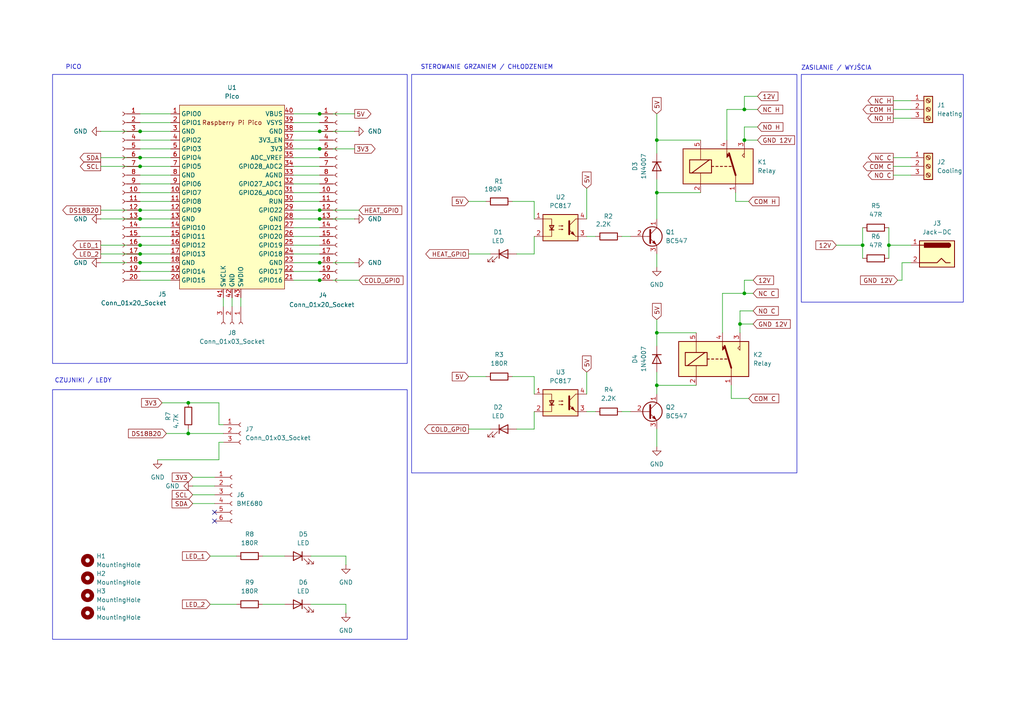
<source format=kicad_sch>
(kicad_sch (version 20231120) (generator "eeschema") (generator_version "8.0")
  (paper "A4")
  (title_block (title "Thermostat") (date "2025-01-02"))
  (lib_symbols
    (symbol "Connector:Conn_01x03_Socket" (pin_names (offset 1.016) hide)
      (property "Reference" "J" (at 0 5.08 0))
      (property "Value" "Conn_01x03_Socket" (at 0 -5.08 0))
      (symbol "Conn_01x03_Socket_1_1"
        (arc (start 0 -2.032) (mid -0.5058 -2.54) (end 0 -3.048) (stroke (width 0.1524)))
        (polyline (pts (xy -1.27 -2.54) (xy -0.508 -2.54)) (stroke (width 0.1524)))
        (polyline (pts (xy -1.27 0) (xy -0.508 0)) (stroke (width 0.1524)))
        (polyline (pts (xy -1.27 2.54) (xy -0.508 2.54)) (stroke (width 0.1524)))
        (arc (start 0 0.508) (mid -0.5058 0) (end 0 -0.508) (stroke (width 0.1524)))
        (arc (start 0 3.048) (mid -0.5058 2.54) (end 0 2.032) (stroke (width 0.1524)))
        (pin passive line (at -5.08 2.54 0) (length 3.81) (name "Pin_1") (number "1"))
        (pin passive line (at -5.08 0 0) (length 3.81) (name "Pin_2") (number "2"))
        (pin passive line (at -5.08 -2.54 0) (length 3.81) (name "Pin_3") (number "3"))
      )
    )
    (symbol "Connector:Conn_01x06_Socket" (pin_names (offset 1.016) hide)
      (property "Reference" "J" (at 0 7.62 0))
      (property "Value" "Conn_01x06_Socket" (at 0 -10.16 0))
      (symbol "Conn_01x06_Socket_1_1"
        (arc (start 0 -7.112) (mid -0.5058 -7.62) (end 0 -8.128) (stroke (width 0.1524)))
        (arc (start 0 -4.572) (mid -0.5058 -5.08) (end 0 -5.588) (stroke (width 0.1524)))
        (arc (start 0 -2.032) (mid -0.5058 -2.54) (end 0 -3.048) (stroke (width 0.1524)))
        (polyline (pts (xy -1.27 -7.62) (xy -0.508 -7.62)) (stroke (width 0.1524)))
        (polyline (pts (xy -1.27 -5.08) (xy -0.508 -5.08)) (stroke (width 0.1524)))
        (polyline (pts (xy -1.27 -2.54) (xy -0.508 -2.54)) (stroke (width 0.1524)))
        (polyline (pts (xy -1.27 0) (xy -0.508 0)) (stroke (width 0.1524)))
        (polyline (pts (xy -1.27 2.54) (xy -0.508 2.54)) (stroke (width 0.1524)))
        (polyline (pts (xy -1.27 5.08) (xy -0.508 5.08)) (stroke (width 0.1524)))
        (arc (start 0 0.508) (mid -0.5058 0) (end 0 -0.508) (stroke (width 0.1524)))
        (arc (start 0 3.048) (mid -0.5058 2.54) (end 0 2.032) (stroke (width 0.1524)))
        (arc (start 0 5.588) (mid -0.5058 5.08) (end 0 4.572) (stroke (width 0.1524)))
        (pin passive line (at -5.08 5.08 0) (length 3.81) (name "Pin_1") (number "1"))
        (pin passive line (at -5.08 2.54 0) (length 3.81) (name "Pin_2") (number "2"))
        (pin passive line (at -5.08 0 0) (length 3.81) (name "Pin_3") (number "3"))
        (pin passive line (at -5.08 -2.54 0) (length 3.81) (name "Pin_4") (number "4"))
        (pin passive line (at -5.08 -5.08 0) (length 3.81) (name "Pin_5") (number "5"))
        (pin passive line (at -5.08 -7.62 0) (length 3.81) (name "Pin_6") (number "6"))
      )
    )
    (symbol "Connector:Conn_01x20_Socket" (pin_names (offset 1.016) hide)
      (property "Reference" "J" (at 0 25.4 0))
      (property "Value" "Conn_01x20_Socket" (at 0 -27.94 0))
      (symbol "Conn_01x20_Socket_1_1"
        (arc (start 0 -24.892) (mid -0.5058 -25.4) (end 0 -25.908) (stroke (width 0.1524)))
        (arc (start 0 -22.352) (mid -0.5058 -22.86) (end 0 -23.368) (stroke (width 0.1524)))
        (arc (start 0 -19.812) (mid -0.5058 -20.32) (end 0 -20.828) (stroke (width 0.1524)))
        (arc (start 0 -17.272) (mid -0.5058 -17.78) (end 0 -18.288) (stroke (width 0.1524)))
        (arc (start 0 -14.732) (mid -0.5058 -15.24) (end 0 -15.748) (stroke (width 0.1524)))
        (arc (start 0 -12.192) (mid -0.5058 -12.7) (end 0 -13.208) (stroke (width 0.1524)))
        (arc (start 0 -9.652) (mid -0.5058 -10.16) (end 0 -10.668) (stroke (width 0.1524)))
        (arc (start 0 -7.112) (mid -0.5058 -7.62) (end 0 -8.128) (stroke (width 0.1524)))
        (arc (start 0 -4.572) (mid -0.5058 -5.08) (end 0 -5.588) (stroke (width 0.1524)))
        (arc (start 0 -2.032) (mid -0.5058 -2.54) (end 0 -3.048) (stroke (width 0.1524)))
        (polyline (pts (xy -1.27 -25.4) (xy -0.508 -25.4)) (stroke (width 0.1524)))
        (polyline (pts (xy -1.27 -22.86) (xy -0.508 -22.86)) (stroke (width 0.1524)))
        (polyline (pts (xy -1.27 -20.32) (xy -0.508 -20.32)) (stroke (width 0.1524)))
        (polyline (pts (xy -1.27 -17.78) (xy -0.508 -17.78)) (stroke (width 0.1524)))
        (polyline (pts (xy -1.27 -15.24) (xy -0.508 -15.24)) (stroke (width 0.1524)))
        (polyline (pts (xy -1.27 -12.7) (xy -0.508 -12.7)) (stroke (width 0.1524)))
        (polyline (pts (xy -1.27 -10.16) (xy -0.508 -10.16)) (stroke (width 0.1524)))
        (polyline (pts (xy -1.27 -7.62) (xy -0.508 -7.62)) (stroke (width 0.1524)))
        (polyline (pts (xy -1.27 -5.08) (xy -0.508 -5.08)) (stroke (width 0.1524)))
        (polyline (pts (xy -1.27 -2.54) (xy -0.508 -2.54)) (stroke (width 0.1524)))
        (polyline (pts (xy -1.27 0) (xy -0.508 0)) (stroke (width 0.1524)))
        (polyline (pts (xy -1.27 2.54) (xy -0.508 2.54)) (stroke (width 0.1524)))
        (polyline (pts (xy -1.27 5.08) (xy -0.508 5.08)) (stroke (width 0.1524)))
        (polyline (pts (xy -1.27 7.62) (xy -0.508 7.62)) (stroke (width 0.1524)))
        (polyline (pts (xy -1.27 10.16) (xy -0.508 10.16)) (stroke (width 0.1524)))
        (polyline (pts (xy -1.27 12.7) (xy -0.508 12.7)) (stroke (width 0.1524)))
        (polyline (pts (xy -1.27 15.24) (xy -0.508 15.24)) (stroke (width 0.1524)))
        (polyline (pts (xy -1.27 17.78) (xy -0.508 17.78)) (stroke (width 0.1524)))
        (polyline (pts (xy -1.27 20.32) (xy -0.508 20.32)) (stroke (width 0.1524)))
        (polyline (pts (xy -1.27 22.86) (xy -0.508 22.86)) (stroke (width 0.1524)))
        (arc (start 0 0.508) (mid -0.5058 0) (end 0 -0.508) (stroke (width 0.1524)))
        (arc (start 0 3.048) (mid -0.5058 2.54) (end 0 2.032) (stroke (width 0.1524)))
        (arc (start 0 5.588) (mid -0.5058 5.08) (end 0 4.572) (stroke (width 0.1524)))
        (arc (start 0 8.128) (mid -0.5058 7.62) (end 0 7.112) (stroke (width 0.1524)))
        (arc (start 0 10.668) (mid -0.5058 10.16) (end 0 9.652) (stroke (width 0.1524)))
        (arc (start 0 13.208) (mid -0.5058 12.7) (end 0 12.192) (stroke (width 0.1524)))
        (arc (start 0 15.748) (mid -0.5058 15.24) (end 0 14.732) (stroke (width 0.1524)))
        (arc (start 0 18.288) (mid -0.5058 17.78) (end 0 17.272) (stroke (width 0.1524)))
        (arc (start 0 20.828) (mid -0.5058 20.32) (end 0 19.812) (stroke (width 0.1524)))
        (arc (start 0 23.368) (mid -0.5058 22.86) (end 0 22.352) (stroke (width 0.1524)))
        (pin passive line (at -5.08 22.86 0) (length 3.81) (name "Pin_1") (number "1"))
        (pin passive line (at -5.08 0 0) (length 3.81) (name "Pin_10") (number "10"))
        (pin passive line (at -5.08 -2.54 0) (length 3.81) (name "Pin_11") (number "11"))
        (pin passive line (at -5.08 -5.08 0) (length 3.81) (name "Pin_12") (number "12"))
        (pin passive line (at -5.08 -7.62 0) (length 3.81) (name "Pin_13") (number "13"))
        (pin passive line (at -5.08 -10.16 0) (length 3.81) (name "Pin_14") (number "14"))
        (pin passive line (at -5.08 -12.7 0) (length 3.81) (name "Pin_15") (number "15"))
        (pin passive line (at -5.08 -15.24 0) (length 3.81) (name "Pin_16") (number "16"))
        (pin passive line (at -5.08 -17.78 0) (length 3.81) (name "Pin_17") (number "17"))
        (pin passive line (at -5.08 -20.32 0) (length 3.81) (name "Pin_18") (number "18"))
        (pin passive line (at -5.08 -22.86 0) (length 3.81) (name "Pin_19") (number "19"))
        (pin passive line (at -5.08 20.32 0) (length 3.81) (name "Pin_2") (number "2"))
        (pin passive line (at -5.08 -25.4 0) (length 3.81) (name "Pin_20") (number "20"))
        (pin passive line (at -5.08 17.78 0) (length 3.81) (name "Pin_3") (number "3"))
        (pin passive line (at -5.08 15.24 0) (length 3.81) (name "Pin_4") (number "4"))
        (pin passive line (at -5.08 12.7 0) (length 3.81) (name "Pin_5") (number "5"))
        (pin passive line (at -5.08 10.16 0) (length 3.81) (name "Pin_6") (number "6"))
        (pin passive line (at -5.08 7.62 0) (length 3.81) (name "Pin_7") (number "7"))
        (pin passive line (at -5.08 5.08 0) (length 3.81) (name "Pin_8") (number "8"))
        (pin passive line (at -5.08 2.54 0) (length 3.81) (name "Pin_9") (number "9"))
      )
    )
    (symbol "Connector:Jack-DC" (pin_names (offset 1.016))
      (property "Reference" "J" (at 0 5.334 0))
      (property "Value" "Jack-DC" (at 0 -5.08 0))
      (symbol "Jack-DC_0_1"
        (rectangle (start -5.08 3.81) (end 5.08 -3.81) (stroke (width 0.254)) (fill (type background)))
        (arc (start -3.302 3.175) (mid -3.9343 2.54) (end -3.302 1.905) (stroke (width 0.254)))
        (arc (start -3.302 3.175) (mid -3.9343 2.54) (end -3.302 1.905) (stroke (width 0.254)) (fill (type outline)))
        (polyline (pts (xy 5.08 2.54) (xy 3.81 2.54)) (stroke (width 0.254)))
        (polyline (pts (xy -3.81 -2.54) (xy -2.54 -2.54) (xy -1.27 -1.27) (xy 0 -2.54) (xy 2.54 -2.54) (xy 5.08 -2.54)) (stroke (width 0.254)))
        (rectangle (start 3.683 3.175) (end -3.302 1.905) (stroke (width 0.254)) (fill (type outline)))
      )
      (symbol "Jack-DC_1_1"
        (pin passive line (at 7.62 2.54 180) (length 2.54) (name "~") (number "1"))
        (pin passive line (at 7.62 -2.54 180) (length 2.54) (name "~") (number "2"))
      )
    )
    (symbol "Connector:Screw_Terminal_01x03" (pin_names (offset 1.016) hide)
      (property "Reference" "J" (at 0 5.08 0))
      (property "Value" "Screw_Terminal_01x03" (at 0 -5.08 0))
      (symbol "Screw_Terminal_01x03_1_1"
        (rectangle (start -1.27 3.81) (end 1.27 -3.81) (stroke (width 0.254)) (fill (type background)))
        (circle (center 0 -2.54) (radius 0.635) (stroke (width 0.1524)))
        (polyline (pts (xy -0.5334 -2.2098) (xy 0.3302 -3.048)) (stroke (width 0.1524)))
        (polyline (pts (xy -0.5334 0.3302) (xy 0.3302 -0.508)) (stroke (width 0.1524)))
        (polyline (pts (xy -0.5334 2.8702) (xy 0.3302 2.032)) (stroke (width 0.1524)))
        (polyline (pts (xy -0.3556 -2.032) (xy 0.508 -2.8702)) (stroke (width 0.1524)))
        (polyline (pts (xy -0.3556 0.508) (xy 0.508 -0.3302)) (stroke (width 0.1524)))
        (polyline (pts (xy -0.3556 3.048) (xy 0.508 2.2098)) (stroke (width 0.1524)))
        (circle (center 0 0) (radius 0.635) (stroke (width 0.1524)))
        (circle (center 0 2.54) (radius 0.635) (stroke (width 0.1524)))
        (pin passive line (at -5.08 2.54 0) (length 3.81) (name "Pin_1") (number "1"))
        (pin passive line (at -5.08 0 0) (length 3.81) (name "Pin_2") (number "2"))
        (pin passive line (at -5.08 -2.54 0) (length 3.81) (name "Pin_3") (number "3"))
      )
    )
    (symbol "Device:LED" (pin_numbers hide) (pin_names (offset 1.016) hide)
      (property "Reference" "D" (at 0 2.54 0))
      (property "Value" "LED" (at 0 -2.54 0))
      (symbol "LED_0_1"
        (polyline (pts (xy -1.27 -1.27) (xy -1.27 1.27)) (stroke (width 0.254)))
        (polyline (pts (xy -1.27 0) (xy 1.27 0)))
        (polyline (pts (xy 1.27 -1.27) (xy 1.27 1.27) (xy -1.27 0) (xy 1.27 -1.27)) (stroke (width 0.254)))
        (polyline (pts (xy -3.048 -0.762) (xy -4.572 -2.286) (xy -3.81 -2.286) (xy -4.572 -2.286) (xy -4.572 -1.524)))
        (polyline (pts (xy -1.778 -0.762) (xy -3.302 -2.286) (xy -2.54 -2.286) (xy -3.302 -2.286) (xy -3.302 -1.524)))
      )
      (symbol "LED_1_1"
        (pin passive line (at -3.81 0 0) (length 2.54) (name "K") (number "1"))
        (pin passive line (at 3.81 0 180) (length 2.54) (name "A") (number "2"))
      )
    )
    (symbol "Device:R" (pin_numbers hide) (pin_names (offset 0))
      (property "Reference" "R" (at 2.032 0 90))
      (property "Value" "R" (at 0 0 90))
      (symbol "R_0_1"
        (rectangle (start -1.016 -2.54) (end 1.016 2.54) (stroke (width 0.254)))
      )
      (symbol "R_1_1"
        (pin passive line (at 0 3.81 270) (length 1.27) (name "~") (number "1"))
        (pin passive line (at 0 -3.81 90) (length 1.27) (name "~") (number "2"))
      )
    )
    (symbol "Diode:1N4007" (pin_numbers hide) (pin_names hide)
      (property "Reference" "D" (at 0 2.54 0))
      (property "Value" "1N4007" (at 0 -2.54 0))
      (symbol "1N4007_0_1"
        (polyline (pts (xy -1.27 1.27) (xy -1.27 -1.27)) (stroke (width 0.254)))
        (polyline (pts (xy 1.27 0) (xy -1.27 0)))
        (polyline (pts (xy 1.27 1.27) (xy 1.27 -1.27) (xy -1.27 0) (xy 1.27 1.27)) (stroke (width 0.254)))
      )
      (symbol "1N4007_1_1"
        (pin passive line (at -3.81 0 0) (length 2.54) (name "K") (number "1"))
        (pin passive line (at 3.81 0 180) (length 2.54) (name "A") (number "2"))
      )
    )
    (symbol "Isolator:PC817" (pin_names (offset 1.016))
      (property "Reference" "U" (at -5.08 5.08 0))
      (property "Value" "PC817" (at 0 5.08 0))
      (symbol "PC817_0_1"
        (rectangle (start -5.08 3.81) (end 5.08 -3.81) (stroke (width 0.254)) (fill (type background)))
        (polyline (pts (xy -3.175 -0.635) (xy -1.905 -0.635)) (stroke (width 0.254)))
        (polyline (pts (xy 2.54 0.635) (xy 4.445 2.54)))
        (polyline (pts (xy 4.445 -2.54) (xy 2.54 -0.635)) (fill (type outline)))
        (polyline (pts (xy 4.445 -2.54) (xy 5.08 -2.54)))
        (polyline (pts (xy 4.445 2.54) (xy 5.08 2.54)))
        (polyline (pts (xy -5.08 2.54) (xy -2.54 2.54) (xy -2.54 -0.635)))
        (polyline (pts (xy -2.54 -0.635) (xy -2.54 -2.54) (xy -5.08 -2.54)))
        (polyline (pts (xy 2.54 1.905) (xy 2.54 -1.905) (xy 2.54 -1.905)) (stroke (width 0.508)))
        (polyline (pts (xy -2.54 -0.635) (xy -3.175 0.635) (xy -1.905 0.635) (xy -2.54 -0.635)) (stroke (width 0.254)))
        (polyline (pts (xy -0.508 -0.508) (xy 0.762 -0.508) (xy 0.381 -0.635) (xy 0.381 -0.381) (xy 0.762 -0.508)))
        (polyline (pts (xy -0.508 0.508) (xy 0.762 0.508) (xy 0.381 0.381) (xy 0.381 0.635) (xy 0.762 0.508)))
        (polyline (pts (xy 3.048 -1.651) (xy 3.556 -1.143) (xy 4.064 -2.159) (xy 3.048 -1.651) (xy 3.048 -1.651)) (fill (type outline)))
      )
      (symbol "PC817_1_1"
        (pin passive line (at -7.62 2.54 0) (length 2.54) (name "~") (number "1"))
        (pin passive line (at -7.62 -2.54 0) (length 2.54) (name "~") (number "2"))
        (pin passive line (at 7.62 -2.54 180) (length 2.54) (name "~") (number "3"))
        (pin passive line (at 7.62 2.54 180) (length 2.54) (name "~") (number "4"))
      )
    )
    (symbol "MCU_RaspberryPi_and_Boards:Pico"
      (property "Reference" "U" (at -13.97 27.94 0))
      (property "Value" "Pico" (at 0 19.05 0))
      (symbol "Pico_0_0"
        (text "Raspberry Pi Pico" (at 0 21.59 0) (effects (font (size 1.27 1.27))))
      )
      (symbol "Pico_0_1"
        (rectangle (start -15.24 26.67) (end 15.24 -26.67) (fill (type background)))
      )
      (symbol "Pico_1_1"
        (pin bidirectional line (at -17.78 24.13 0) (length 2.54) (name "GPIO0") (number "1"))
        (pin bidirectional line (at -17.78 1.27 0) (length 2.54) (name "GPIO7") (number "10"))
        (pin bidirectional line (at -17.78 -1.27 0) (length 2.54) (name "GPIO8") (number "11"))
        (pin bidirectional line (at -17.78 -3.81 0) (length 2.54) (name "GPIO9") (number "12"))
        (pin power_in line (at -17.78 -6.35 0) (length 2.54) (name "GND") (number "13"))
        (pin bidirectional line (at -17.78 -8.89 0) (length 2.54) (name "GPIO10") (number "14"))
        (pin bidirectional line (at -17.78 -11.43 0) (length 2.54) (name "GPIO11") (number "15"))
        (pin bidirectional line (at -17.78 -13.97 0) (length 2.54) (name "GPIO12") (number "16"))
        (pin bidirectional line (at -17.78 -16.51 0) (length 2.54) (name "GPIO13") (number "17"))
        (pin power_in line (at -17.78 -19.05 0) (length 2.54) (name "GND") (number "18"))
        (pin bidirectional line (at -17.78 -21.59 0) (length 2.54) (name "GPIO14") (number "19"))
        (pin bidirectional line (at -17.78 21.59 0) (length 2.54) (name "GPIO1") (number "2"))
        (pin bidirectional line (at -17.78 -24.13 0) (length 2.54) (name "GPIO15") (number "20"))
        (pin bidirectional line (at 17.78 -24.13 180) (length 2.54) (name "GPIO16") (number "21"))
        (pin bidirectional line (at 17.78 -21.59 180) (length 2.54) (name "GPIO17") (number "22"))
        (pin power_in line (at 17.78 -19.05 180) (length 2.54) (name "GND") (number "23"))
        (pin bidirectional line (at 17.78 -16.51 180) (length 2.54) (name "GPIO18") (number "24"))
        (pin bidirectional line (at 17.78 -13.97 180) (length 2.54) (name "GPIO19") (number "25"))
        (pin bidirectional line (at 17.78 -11.43 180) (length 2.54) (name "GPIO20") (number "26"))
        (pin bidirectional line (at 17.78 -8.89 180) (length 2.54) (name "GPIO21") (number "27"))
        (pin power_in line (at 17.78 -6.35 180) (length 2.54) (name "GND") (number "28"))
        (pin bidirectional line (at 17.78 -3.81 180) (length 2.54) (name "GPIO22") (number "29"))
        (pin power_in line (at -17.78 19.05 0) (length 2.54) (name "GND") (number "3"))
        (pin input line (at 17.78 -1.27 180) (length 2.54) (name "RUN") (number "30"))
        (pin bidirectional line (at 17.78 1.27 180) (length 2.54) (name "GPIO26_ADC0") (number "31"))
        (pin bidirectional line (at 17.78 3.81 180) (length 2.54) (name "GPIO27_ADC1") (number "32"))
        (pin power_in line (at 17.78 6.35 180) (length 2.54) (name "AGND") (number "33"))
        (pin bidirectional line (at 17.78 8.89 180) (length 2.54) (name "GPIO28_ADC2") (number "34"))
        (pin power_in line (at 17.78 11.43 180) (length 2.54) (name "ADC_VREF") (number "35"))
        (pin power_in line (at 17.78 13.97 180) (length 2.54) (name "3V3") (number "36"))
        (pin input line (at 17.78 16.51 180) (length 2.54) (name "3V3_EN") (number "37"))
        (pin bidirectional line (at 17.78 19.05 180) (length 2.54) (name "GND") (number "38"))
        (pin power_in line (at 17.78 21.59 180) (length 2.54) (name "VSYS") (number "39"))
        (pin bidirectional line (at -17.78 16.51 0) (length 2.54) (name "GPIO2") (number "4"))
        (pin power_in line (at 17.78 24.13 180) (length 2.54) (name "VBUS") (number "40"))
        (pin input line (at -2.54 -29.21 90) (length 2.54) (name "SWCLK") (number "41"))
        (pin power_in line (at 0 -29.21 90) (length 2.54) (name "GND") (number "42"))
        (pin bidirectional line (at 2.54 -29.21 90) (length 2.54) (name "SWDIO") (number "43"))
        (pin bidirectional line (at -17.78 13.97 0) (length 2.54) (name "GPIO3") (number "5"))
        (pin bidirectional line (at -17.78 11.43 0) (length 2.54) (name "GPIO4") (number "6"))
        (pin bidirectional line (at -17.78 8.89 0) (length 2.54) (name "GPIO5") (number "7"))
        (pin power_in line (at -17.78 6.35 0) (length 2.54) (name "GND") (number "8"))
        (pin bidirectional line (at -17.78 3.81 0) (length 2.54) (name "GPIO6") (number "9"))
      )
    )
    (symbol "Mechanical:MountingHole" (pin_names (offset 1.016)) (exclude_from_sim yes) (in_bom no)
      (property "Reference" "H" (at 0 5.08 0))
      (property "Value" "MountingHole" (at 0 3.175 0))
      (symbol "MountingHole_0_1"
        (circle (center 0 0) (radius 1.27) (stroke (width 1.27)))
      )
    )
    (symbol "Relay:SANYOU_SRD_Form_C"
      (property "Reference" "K" (at 11.43 3.81 0))
      (property "Value" "SANYOU_SRD_Form_C" (at 11.43 1.27 0))
      (symbol "SANYOU_SRD_Form_C_0_0"
        (polyline (pts (xy 7.62 5.08) (xy 7.62 2.54) (xy 6.985 3.175) (xy 7.62 3.81)))
      )
      (symbol "SANYOU_SRD_Form_C_0_1"
        (rectangle (start -10.16 5.08) (end 10.16 -5.08) (stroke (width 0.254)) (fill (type background)))
        (rectangle (start -8.255 1.905) (end -1.905 -1.905) (stroke (width 0.254)))
        (polyline (pts (xy -7.62 -1.905) (xy -2.54 1.905)) (stroke (width 0.254)))
        (polyline (pts (xy -5.08 -5.08) (xy -5.08 -1.905)))
        (polyline (pts (xy -5.08 5.08) (xy -5.08 1.905)))
        (polyline (pts (xy -1.905 0) (xy -1.27 0)) (stroke (width 0.254)))
        (polyline (pts (xy -0.635 0) (xy 0 0)) (stroke (width 0.254)))
        (polyline (pts (xy 0.635 0) (xy 1.27 0)) (stroke (width 0.254)))
        (polyline (pts (xy 1.905 0) (xy 2.54 0)) (stroke (width 0.254)))
        (polyline (pts (xy 3.175 0) (xy 3.81 0)) (stroke (width 0.254)))
        (polyline (pts (xy 5.08 -2.54) (xy 3.175 3.81)) (stroke (width 0.508)))
        (polyline (pts (xy 5.08 -2.54) (xy 5.08 -5.08)))
      )
      (symbol "SANYOU_SRD_Form_C_1_1"
        (polyline (pts (xy 2.54 3.81) (xy 3.175 3.175) (xy 2.54 2.54) (xy 2.54 5.08)) (fill (type outline)))
        (pin passive line (at 5.08 -7.62 90) (length 2.54) (name "~") (number "1"))
        (pin passive line (at -5.08 -7.62 90) (length 2.54) (name "~") (number "2"))
        (pin passive line (at 7.62 7.62 270) (length 2.54) (name "~") (number "3"))
        (pin passive line (at 2.54 7.62 270) (length 2.54) (name "~") (number "4"))
        (pin passive line (at -5.08 7.62 270) (length 2.54) (name "~") (number "5"))
      )
    )
    (symbol "Transistor_BJT:BC547" (pin_names (offset 0) hide)
      (property "Reference" "Q" (at 5.08 1.905 0))
      (property "Value" "BC547" (at 5.08 0 0))
      (symbol "BC547_0_1"
        (polyline (pts (xy 0 0) (xy 0.635 0)))
        (polyline (pts (xy 0.635 0.635) (xy 2.54 2.54)))
        (polyline (pts (xy 0.635 -0.635) (xy 2.54 -2.54) (xy 2.54 -2.54)))
        (polyline (pts (xy 0.635 1.905) (xy 0.635 -1.905) (xy 0.635 -1.905)) (stroke (width 0.508)))
        (polyline (pts (xy 1.27 -1.778) (xy 1.778 -1.27) (xy 2.286 -2.286) (xy 1.27 -1.778) (xy 1.27 -1.778)) (fill (type outline)))
        (circle (center 1.27 0) (radius 2.8194) (stroke (width 0.254)))
      )
      (symbol "BC547_1_1"
        (pin passive line (at 2.54 5.08 270) (length 2.54) (name "C") (number "1"))
        (pin input line (at -5.08 0 0) (length 5.08) (name "B") (number "2"))
        (pin passive line (at 2.54 -5.08 90) (length 2.54) (name "E") (number "3"))
      )
    )
    (symbol "power:GND" (power) (pin_numbers hide) (pin_names (offset 0) hide)
      (property "Value" "GND" (at 0 -3.81 0))
      (symbol "GND_0_1"
        (polyline (pts (xy 0 0) (xy 0 -1.27) (xy 1.27 -1.27) (xy 0 -2.54) (xy -1.27 -1.27) (xy 0 -1.27)))
      )
      (symbol "GND_1_1"
        (pin power_in line (at 0 0 270) (length 0) (name "~") (number "1"))
      )
    )
  )
  (junction (at 40.64 38.1))
  (junction (at 92.71 63.5))
  (junction (at 92.71 81.28))
  (junction (at 215.9 40.64))
  (junction (at 40.64 76.2))
  (junction (at 215.9 85.09))
  (junction (at 92.71 76.2))
  (junction (at 92.71 60.96))
  (junction (at 92.71 43.18))
  (junction (at 40.64 71.12))
  (junction (at 190.5 55.88))
  (junction (at 190.5 40.64))
  (junction (at 257.81 71.12))
  (junction (at 40.64 48.26))
  (junction (at 92.71 38.1))
  (junction (at 40.64 63.5))
  (junction (at 214.63 93.98))
  (junction (at 92.71 33.02))
  (junction (at 54.61 125.73))
  (junction (at 190.5 96.52))
  (junction (at 215.9 31.75))
  (junction (at 190.5 111.76))
  (junction (at 250.19 71.12))
  (junction (at 54.61 116.84))
  (junction (at 40.64 45.72))
  (junction (at 40.64 60.96))
  (junction (at 40.64 73.66))
  (no_connect (at 62.23 148.59))
  (no_connect (at 62.23 151.13))
  (wire (pts (xy 60.96 161.29) (xy 68.58 161.29)))
  (wire (pts (xy 92.71 33.02) (xy 102.87 33.02)))
  (wire (pts (xy 100.33 177.8) (xy 100.33 175.26)))
  (wire (pts (xy 203.2 55.88) (xy 190.5 55.88)))
  (wire (pts (xy 218.44 81.28) (xy 215.9 81.28)))
  (wire (pts (xy 242.57 71.12) (xy 250.19 71.12)))
  (wire (pts (xy 135.89 58.42) (xy 140.97 58.42)))
  (wire (pts (xy 190.5 111.76) (xy 190.5 114.3)))
  (wire (pts (xy 214.63 93.98) (xy 218.44 93.98)))
  (wire (pts (xy 85.09 55.88) (xy 92.71 55.88)))
  (wire (pts (xy 92.71 60.96) (xy 104.14 60.96)))
  (wire (pts (xy 54.61 124.46) (xy 54.61 125.73)))
  (wire (pts (xy 92.71 76.2) (xy 102.87 76.2)))
  (wire (pts (xy 135.89 124.46) (xy 142.24 124.46)))
  (wire (pts (xy 154.94 68.58) (xy 154.94 73.66)))
  (wire (pts (xy 85.09 71.12) (xy 92.71 71.12)))
  (wire (pts (xy 40.64 50.8) (xy 49.53 50.8)))
  (wire (pts (xy 182.88 68.58) (xy 180.34 68.58)))
  (wire (pts (xy 63.5 128.27) (xy 64.77 128.27)))
  (wire (pts (xy 85.09 38.1) (xy 92.71 38.1)))
  (wire (pts (xy 203.2 40.64) (xy 190.5 40.64)))
  (wire (pts (xy 217.17 58.42) (xy 213.36 58.42)))
  (wire (pts (xy 215.9 31.75) (xy 210.82 31.75)))
  (wire (pts (xy 259.08 29.21) (xy 264.16 29.21)))
  (wire (pts (xy 69.85 86.36) (xy 69.85 88.9)))
  (wire (pts (xy 40.64 33.02) (xy 49.53 33.02)))
  (wire (pts (xy 40.64 60.96) (xy 49.53 60.96)))
  (wire (pts (xy 219.71 27.94) (xy 215.9 27.94)))
  (wire (pts (xy 190.5 55.88) (xy 190.5 52.07)))
  (wire (pts (xy 54.61 125.73) (xy 64.77 125.73)))
  (wire (pts (xy 92.71 43.18) (xy 102.87 43.18)))
  (wire (pts (xy 85.09 35.56) (xy 92.71 35.56)))
  (wire (pts (xy 214.63 93.98) (xy 214.63 96.52)))
  (wire (pts (xy 40.64 78.74) (xy 49.53 78.74)))
  (wire (pts (xy 92.71 63.5) (xy 102.87 63.5)))
  (wire (pts (xy 259.08 48.26) (xy 264.16 48.26)))
  (wire (pts (xy 100.33 161.29) (xy 90.17 161.29)))
  (wire (pts (xy 29.21 60.96) (xy 40.64 60.96)))
  (wire (pts (xy 85.09 50.8) (xy 92.71 50.8)))
  (wire (pts (xy 40.64 43.18) (xy 49.53 43.18)))
  (wire (pts (xy 154.94 119.38) (xy 154.94 124.46)))
  (wire (pts (xy 259.08 34.29) (xy 264.16 34.29)))
  (wire (pts (xy 217.17 115.57) (xy 212.09 115.57)))
  (wire (pts (xy 40.64 58.42) (xy 49.53 58.42)))
  (wire (pts (xy 190.5 111.76) (xy 190.5 107.95)))
  (wire (pts (xy 55.88 138.43) (xy 62.23 138.43)))
  (wire (pts (xy 154.94 58.42) (xy 154.94 63.5)))
  (wire (pts (xy 172.72 119.38) (xy 170.18 119.38)))
  (wire (pts (xy 40.64 40.64) (xy 49.53 40.64)))
  (wire (pts (xy 213.36 58.42) (xy 213.36 55.88)))
  (wire (pts (xy 264.16 71.12) (xy 257.81 71.12)))
  (wire (pts (xy 40.64 63.5) (xy 49.53 63.5)))
  (wire (pts (xy 29.21 73.66) (xy 40.64 73.66)))
  (wire (pts (xy 85.09 33.02) (xy 92.71 33.02)))
  (wire (pts (xy 85.09 68.58) (xy 92.71 68.58)))
  (wire (pts (xy 85.09 48.26) (xy 92.71 48.26)))
  (wire (pts (xy 170.18 54.61) (xy 170.18 63.5)))
  (wire (pts (xy 29.21 63.5) (xy 40.64 63.5)))
  (wire (pts (xy 85.09 81.28) (xy 92.71 81.28)))
  (wire (pts (xy 85.09 73.66) (xy 92.71 73.66)))
  (wire (pts (xy 63.5 123.19) (xy 64.77 123.19)))
  (wire (pts (xy 55.88 146.05) (xy 62.23 146.05)))
  (wire (pts (xy 40.64 68.58) (xy 49.53 68.58)))
  (wire (pts (xy 40.64 38.1) (xy 49.53 38.1)))
  (wire (pts (xy 76.2 175.26) (xy 82.55 175.26)))
  (wire (pts (xy 85.09 43.18) (xy 92.71 43.18)))
  (wire (pts (xy 257.81 71.12) (xy 257.81 66.04)))
  (wire (pts (xy 219.71 31.75) (xy 215.9 31.75)))
  (wire (pts (xy 85.09 76.2) (xy 92.71 76.2)))
  (wire (pts (xy 135.89 109.22) (xy 140.97 109.22)))
  (wire (pts (xy 259.08 45.72) (xy 264.16 45.72)))
  (wire (pts (xy 100.33 163.83) (xy 100.33 161.29)))
  (wire (pts (xy 100.33 175.26) (xy 90.17 175.26)))
  (wire (pts (xy 54.61 116.84) (xy 63.5 116.84)))
  (wire (pts (xy 135.89 73.66) (xy 142.24 73.66)))
  (wire (pts (xy 190.5 100.33) (xy 190.5 96.52)))
  (wire (pts (xy 40.64 76.2) (xy 49.53 76.2)))
  (wire (pts (xy 190.5 129.54) (xy 190.5 124.46)))
  (wire (pts (xy 215.9 36.83) (xy 215.9 40.64)))
  (wire (pts (xy 215.9 27.94) (xy 215.9 31.75)))
  (wire (pts (xy 250.19 66.04) (xy 250.19 71.12)))
  (wire (pts (xy 85.09 45.72) (xy 92.71 45.72)))
  (wire (pts (xy 190.5 40.64) (xy 190.5 44.45)))
  (wire (pts (xy 29.21 76.2) (xy 40.64 76.2)))
  (wire (pts (xy 40.64 73.66) (xy 49.53 73.66)))
  (wire (pts (xy 170.18 107.95) (xy 170.18 114.3)))
  (wire (pts (xy 40.64 55.88) (xy 49.53 55.88)))
  (wire (pts (xy 63.5 116.84) (xy 63.5 123.19)))
  (wire (pts (xy 40.64 35.56) (xy 49.53 35.56)))
  (wire (pts (xy 154.94 109.22) (xy 154.94 114.3)))
  (wire (pts (xy 29.21 45.72) (xy 40.64 45.72)))
  (wire (pts (xy 67.31 86.36) (xy 67.31 88.9)))
  (wire (pts (xy 259.08 50.8) (xy 264.16 50.8)))
  (wire (pts (xy 40.64 66.04) (xy 49.53 66.04)))
  (wire (pts (xy 85.09 60.96) (xy 92.71 60.96)))
  (wire (pts (xy 29.21 38.1) (xy 40.64 38.1)))
  (wire (pts (xy 212.09 115.57) (xy 212.09 111.76)))
  (wire (pts (xy 29.21 71.12) (xy 40.64 71.12)))
  (wire (pts (xy 190.5 73.66) (xy 190.5 77.47)))
  (wire (pts (xy 210.82 31.75) (xy 210.82 40.64)))
  (wire (pts (xy 190.5 96.52) (xy 201.93 96.52)))
  (wire (pts (xy 190.5 33.02) (xy 190.5 40.64)))
  (wire (pts (xy 40.64 48.26) (xy 49.53 48.26)))
  (wire (pts (xy 154.94 73.66) (xy 149.86 73.66)))
  (wire (pts (xy 260.35 81.28) (xy 261.62 81.28)))
  (wire (pts (xy 257.81 71.12) (xy 257.81 74.93)))
  (wire (pts (xy 218.44 90.17) (xy 214.63 90.17)))
  (wire (pts (xy 215.9 85.09) (xy 209.55 85.09)))
  (wire (pts (xy 215.9 40.64) (xy 219.71 40.64)))
  (wire (pts (xy 55.88 140.97) (xy 62.23 140.97)))
  (wire (pts (xy 85.09 58.42) (xy 92.71 58.42)))
  (wire (pts (xy 215.9 81.28) (xy 215.9 85.09)))
  (wire (pts (xy 85.09 78.74) (xy 92.71 78.74)))
  (wire (pts (xy 261.62 81.28) (xy 261.62 76.2)))
  (wire (pts (xy 40.64 81.28) (xy 49.53 81.28)))
  (wire (pts (xy 85.09 40.64) (xy 92.71 40.64)))
  (wire (pts (xy 172.72 68.58) (xy 170.18 68.58)))
  (wire (pts (xy 40.64 53.34) (xy 49.53 53.34)))
  (wire (pts (xy 60.96 175.26) (xy 68.58 175.26)))
  (wire (pts (xy 92.71 81.28) (xy 104.14 81.28)))
  (wire (pts (xy 201.93 111.76) (xy 190.5 111.76)))
  (wire (pts (xy 85.09 53.34) (xy 92.71 53.34)))
  (wire (pts (xy 63.5 128.27) (xy 63.5 133.35)))
  (wire (pts (xy 40.64 45.72) (xy 49.53 45.72)))
  (wire (pts (xy 148.59 109.22) (xy 154.94 109.22)))
  (wire (pts (xy 259.08 31.75) (xy 264.16 31.75)))
  (wire (pts (xy 261.62 76.2) (xy 264.16 76.2)))
  (wire (pts (xy 209.55 85.09) (xy 209.55 96.52)))
  (wire (pts (xy 219.71 36.83) (xy 215.9 36.83)))
  (wire (pts (xy 190.5 92.71) (xy 190.5 96.52)))
  (wire (pts (xy 63.5 133.35) (xy 45.72 133.35)))
  (wire (pts (xy 76.2 161.29) (xy 82.55 161.29)))
  (wire (pts (xy 29.21 48.26) (xy 40.64 48.26)))
  (wire (pts (xy 154.94 124.46) (xy 149.86 124.46)))
  (wire (pts (xy 55.88 143.51) (xy 62.23 143.51)))
  (wire (pts (xy 85.09 66.04) (xy 92.71 66.04)))
  (wire (pts (xy 85.09 63.5) (xy 92.71 63.5)))
  (wire (pts (xy 40.64 71.12) (xy 49.53 71.12)))
  (wire (pts (xy 48.26 125.73) (xy 54.61 125.73)))
  (wire (pts (xy 64.77 86.36) (xy 64.77 88.9)))
  (wire (pts (xy 218.44 85.09) (xy 215.9 85.09)))
  (wire (pts (xy 250.19 71.12) (xy 250.19 74.93)))
  (wire (pts (xy 148.59 58.42) (xy 154.94 58.42)))
  (wire (pts (xy 214.63 90.17) (xy 214.63 93.98)))
  (wire (pts (xy 180.34 119.38) (xy 182.88 119.38)))
  (wire (pts (xy 190.5 55.88) (xy 190.5 63.5)))
  (wire (pts (xy 92.71 38.1) (xy 102.87 38.1)))
  (wire (pts (xy 46.99 116.84) (xy 54.61 116.84)))
  (rectangle (start 119.38 21.59) (end 231.14 137.16))
  (rectangle (start 15.24 21.59) (end 118.11 105.41))
  (rectangle (start 15.24 113.03) (end 118.11 185.42))
  (rectangle (start 232.41 21.59) (end 279.4 87.63))
  (text "PICO" (at 21.336 19.558 0) (effects (font (size 1.27 1.27))))
  (text "CZUJNIKI / LEDY" (at 24.13 110.49 0) (effects (font (size 1.27 1.27))))
  (text "ZASILANIE / WYJŚCIA" (at 242.57 19.812 0) (effects (font (size 1.27 1.27))))
  (text "STEROWANIE GRZANIEM / CHŁODZENIEM" (at 141.224 19.558 0) (effects (font (size 1.27 1.27))))
  (global_label "DS18B20" (shape input) (at 48.26 125.73 180) (property "Intersheetrefs" "${INTERSHEET_REFS}" (effects (hide yes))))
  (global_label "COLD_GPIO" (shape output) (at 135.89 124.46 180) (property "Intersheetrefs" "${INTERSHEET_REFS}" (effects (hide yes))))
  (global_label "COLD_GPIO" (shape input) (at 104.14 81.28 0) (property "Intersheetrefs" "${INTERSHEET_REFS}" (effects (hide yes))))
  (global_label "NC H" (shape input) (at 219.71 31.75 0) (property "Intersheetrefs" "${INTERSHEET_REFS}" (effects (hide yes))))
  (global_label "NC C" (shape output) (at 259.08 45.72 180) (property "Intersheetrefs" "${INTERSHEET_REFS}" (effects (hide yes))))
  (global_label "3V3" (shape output) (at 102.87 43.18 0) (property "Intersheetrefs" "${INTERSHEET_REFS}" (effects (hide yes))))
  (global_label "NO H" (shape output) (at 259.08 34.29 180) (property "Intersheetrefs" "${INTERSHEET_REFS}" (effects (hide yes))))
  (global_label "NC C" (shape input) (at 218.44 85.09 0) (property "Intersheetrefs" "${INTERSHEET_REFS}" (effects (hide yes))))
  (global_label "3V3" (shape input) (at 55.88 138.43 180) (property "Intersheetrefs" "${INTERSHEET_REFS}" (effects (hide yes))))
  (global_label "LED_1" (shape output) (at 29.21 71.12 180) (property "Intersheetrefs" "${INTERSHEET_REFS}" (effects (hide yes))))
  (global_label "5V" (shape input) (at 190.5 33.02 90) (property "Intersheetrefs" "${INTERSHEET_REFS}" (effects (hide yes))))
  (global_label "12V" (shape input) (at 242.57 71.12 180) (property "Intersheetrefs" "${INTERSHEET_REFS}" (effects (hide yes))))
  (global_label "COM C" (shape input) (at 217.17 115.57 0) (property "Intersheetrefs" "${INTERSHEET_REFS}" (effects (hide yes))))
  (global_label "SDA" (shape input) (at 55.88 146.05 180) (property "Intersheetrefs" "${INTERSHEET_REFS}" (effects (hide yes))))
  (global_label "5V" (shape input) (at 135.89 58.42 180) (property "Intersheetrefs" "${INTERSHEET_REFS}" (effects (hide yes))))
  (global_label "GND 12V" (shape input) (at 218.44 93.98 0) (property "Intersheetrefs" "${INTERSHEET_REFS}" (effects (hide yes))))
  (global_label "NO C" (shape input) (at 218.44 90.17 0) (property "Intersheetrefs" "${INTERSHEET_REFS}" (effects (hide yes))))
  (global_label "LED_1" (shape input) (at 60.96 161.29 180) (property "Intersheetrefs" "${INTERSHEET_REFS}" (effects (hide yes))))
  (global_label "5V" (shape input) (at 170.18 107.95 90) (property "Intersheetrefs" "${INTERSHEET_REFS}" (effects (hide yes))))
  (global_label "GND 12V" (shape input) (at 219.71 40.64 0) (property "Intersheetrefs" "${INTERSHEET_REFS}" (effects (hide yes))))
  (global_label "3V3" (shape input) (at 46.99 116.84 180) (property "Intersheetrefs" "${INTERSHEET_REFS}" (effects (hide yes))))
  (global_label "HEAT_GPIO" (shape output) (at 135.89 73.66 180) (property "Intersheetrefs" "${INTERSHEET_REFS}" (effects (hide yes))))
  (global_label "SCL" (shape output) (at 29.21 48.26 180) (property "Intersheetrefs" "${INTERSHEET_REFS}" (effects (hide yes))))
  (global_label "NO C" (shape output) (at 259.08 50.8 180) (property "Intersheetrefs" "${INTERSHEET_REFS}" (effects (hide yes))))
  (global_label "NC H" (shape output) (at 259.08 29.21 180) (property "Intersheetrefs" "${INTERSHEET_REFS}" (effects (hide yes))))
  (global_label "5V" (shape input) (at 190.5 92.71 90) (property "Intersheetrefs" "${INTERSHEET_REFS}" (effects (hide yes))))
  (global_label "DS18B20" (shape output) (at 29.21 60.96 180) (property "Intersheetrefs" "${INTERSHEET_REFS}" (effects (hide yes))))
  (global_label "COM H" (shape output) (at 259.08 31.75 180) (property "Intersheetrefs" "${INTERSHEET_REFS}" (effects (hide yes))))
  (global_label "SDA" (shape output) (at 29.21 45.72 180) (property "Intersheetrefs" "${INTERSHEET_REFS}" (effects (hide yes))))
  (global_label "NO H" (shape input) (at 219.71 36.83 0) (property "Intersheetrefs" "${INTERSHEET_REFS}" (effects (hide yes))))
  (global_label "SCL" (shape input) (at 55.88 143.51 180) (property "Intersheetrefs" "${INTERSHEET_REFS}" (effects (hide yes))))
  (global_label "LED_2" (shape input) (at 60.96 175.26 180) (property "Intersheetrefs" "${INTERSHEET_REFS}" (effects (hide yes))))
  (global_label "LED_2" (shape output) (at 29.21 73.66 180) (property "Intersheetrefs" "${INTERSHEET_REFS}" (effects (hide yes))))
  (global_label "12V" (shape input) (at 219.71 27.94 0) (property "Intersheetrefs" "${INTERSHEET_REFS}" (effects (hide yes))))
  (global_label "5V" (shape output) (at 102.87 33.02 0) (property "Intersheetrefs" "${INTERSHEET_REFS}" (effects (hide yes))))
  (global_label "GND 12V" (shape input) (at 260.35 81.28 180) (property "Intersheetrefs" "${INTERSHEET_REFS}" (effects (hide yes))))
  (global_label "HEAT_GPIO" (shape input) (at 104.14 60.96 0) (property "Intersheetrefs" "${INTERSHEET_REFS}" (effects (hide yes))))
  (global_label "COM H" (shape input) (at 217.17 58.42 0) (property "Intersheetrefs" "${INTERSHEET_REFS}" (effects (hide yes))))
  (global_label "5V" (shape input) (at 135.89 109.22 180) (property "Intersheetrefs" "${INTERSHEET_REFS}" (effects (hide yes))))
  (global_label "5V" (shape input) (at 170.18 54.61 90) (property "Intersheetrefs" "${INTERSHEET_REFS}" (effects (hide yes))))
  (global_label "COM C" (shape output) (at 259.08 48.26 180) (property "Intersheetrefs" "${INTERSHEET_REFS}" (effects (hide yes))))
  (global_label "12V" (shape input) (at 218.44 81.28 0) (property "Intersheetrefs" "${INTERSHEET_REFS}" (effects (hide yes))))
  (symbol (lib_id "power:GND") (at 190.5 129.54 0) (unit 1)
    (property "Reference" "#PWR08" (effects (hide yes)))
    (property "Value" "GND" (at 190.5 134.62 0))
    (property "Description" "Power symbol creates a global label with name \"GND\" , ground" (effects (hide yes)))
  )
  (symbol (lib_id "Device:LED") (at 86.36 161.29 0) (mirror y) (unit 1)
    (property "Reference" "D5" (at 87.9475 154.94 0))
    (property "Value" "LED" (at 87.9475 157.48 0))
    (property "Footprint" "LED_THT:LED_D5.0mm" (effects (hide yes)))
    (property "Description" "Light emitting diode" (effects (hide yes)))
  )
  (symbol (lib_id "Mechanical:MountingHole") (at 25.4 162.56 0) (unit 1) (exclude_from_sim yes) (in_bom no)
    (property "Reference" "H1" (at 27.94 161.2899 0) (effects (justify left)))
    (property "Value" "MountingHole" (at 27.94 163.8299 0) (effects (justify left)))
    (property "Footprint" "MountingHole:MountingHole_3.2mm_M3" (effects (hide yes)))
    (property "Description" "Mounting Hole without connection" (effects (hide yes)))
  )
  (symbol (lib_id "Diode:1N4007") (at 190.5 104.14 90) (mirror x) (unit 1)
    (property "Reference" "D4" (at 184.15 104.14 0))
    (property "Value" "1N4007" (at 186.69 104.14 0))
    (property "Footprint" "Diode_THT:D_DO-41_SOD81_P10.16mm_Horizontal" (effects (hide yes)))
    (property "Datasheet" "http://www.vishay.com/docs/88503/1n4001.pdf" (effects (hide yes)))
    (property "Description" "1000V 1A General Purpose Rectifier Diode, DO-41" (effects (hide yes)))
    (property "Sim.Device" "D" (effects (hide yes)))
    (property "Sim.Pins" "1=K 2=A" (effects (hide yes)))
  )
  (symbol (lib_id "power:GND") (at 190.5 77.47 0) (unit 1)
    (property "Reference" "#PWR07" (effects (hide yes)))
    (property "Value" "GND" (at 190.5 82.55 0))
    (property "Description" "Power symbol creates a global label with name \"GND\" , ground" (effects (hide yes)))
  )
  (symbol (lib_id "Device:R") (at 72.39 161.29 90) (unit 1)
    (property "Reference" "R8" (at 72.39 154.94 90))
    (property "Value" "180R" (at 72.39 157.48 90))
    (property "Footprint" "Resistor_THT:R_Axial_DIN0207_L6.3mm_D2.5mm_P10.16mm_Horizontal" (effects (hide yes)))
    (property "Description" "Resistor" (effects (hide yes)))
  )
  (symbol (lib_id "power:GND") (at 102.87 63.5 90) (unit 1)
    (property "Reference" "#PWR02" (effects (hide yes)))
    (property "Value" "GND" (at 106.68 63.4999 90) (effects (justify right)))
    (property "Description" "Power symbol creates a global label with name \"GND\" , ground" (effects (hide yes)))
  )
  (symbol (lib_id "Device:LED") (at 146.05 73.66 0) (unit 1)
    (property "Reference" "D1" (at 144.4625 67.31 0))
    (property "Value" "LED" (at 144.4625 69.85 0))
    (property "Footprint" "LED_THT:LED_D5.0mm" (effects (hide yes)))
    (property "Description" "Light emitting diode" (effects (hide yes)))
  )
  (symbol (lib_id "Mechanical:MountingHole") (at 25.4 172.72 0) (unit 1) (exclude_from_sim yes) (in_bom no)
    (property "Reference" "H3" (at 27.94 171.4499 0) (effects (justify left)))
    (property "Value" "MountingHole" (at 27.94 173.9899 0) (effects (justify left)))
    (property "Footprint" "MountingHole:MountingHole_3.2mm_M3" (effects (hide yes)))
    (property "Description" "Mounting Hole without connection" (effects (hide yes)))
  )
  (symbol (lib_id "power:GND") (at 102.87 38.1 90) (unit 1)
    (property "Reference" "#PWR01" (effects (hide yes)))
    (property "Value" "GND" (at 106.68 38.0999 90) (effects (justify right)))
    (property "Description" "Power symbol creates a global label with name \"GND\" , ground" (effects (hide yes)))
  )
  (symbol (lib_id "Connector:Conn_01x03_Socket") (at 69.85 125.73 0) (unit 1)
    (property "Reference" "J7" (at 71.12 124.4599 0) (effects (justify left)))
    (property "Value" "Conn_01x03_Socket" (at 71.12 126.9999 0) (effects (justify left)))
    (property "Footprint" "Connector_PinSocket_2.54mm:PinSocket_1x03_P2.54mm_Vertical" (effects (hide yes)))
    (property "Description" "Generic connector, single row, 01x03, script generated" (effects (hide yes)))
  )
  (symbol (lib_id "Device:R") (at 144.78 109.22 90) (unit 1)
    (property "Reference" "R3" (at 144.78 102.87 90))
    (property "Value" "180R" (at 144.78 105.41 90))
    (property "Footprint" "Resistor_THT:R_Axial_DIN0207_L6.3mm_D2.5mm_P10.16mm_Horizontal" (effects (hide yes)))
    (property "Description" "Resistor" (effects (hide yes)))
  )
  (symbol (lib_id "Diode:1N4007") (at 190.5 48.26 90) (mirror x) (unit 1)
    (property "Reference" "D3" (at 184.15 48.26 0))
    (property "Value" "1N4007" (at 186.69 48.26 0))
    (property "Footprint" "Diode_THT:D_DO-41_SOD81_P10.16mm_Horizontal" (effects (hide yes)))
    (property "Datasheet" "http://www.vishay.com/docs/88503/1n4001.pdf" (effects (hide yes)))
    (property "Description" "1000V 1A General Purpose Rectifier Diode, DO-41" (effects (hide yes)))
    (property "Sim.Device" "D" (effects (hide yes)))
    (property "Sim.Pins" "1=K 2=A" (effects (hide yes)))
  )
  (symbol (lib_id "power:GND") (at 102.87 76.2 90) (unit 1)
    (property "Reference" "#PWR03" (effects (hide yes)))
    (property "Value" "GND" (at 106.68 76.1999 90) (effects (justify right)))
    (property "Description" "Power symbol creates a global label with name \"GND\" , ground" (effects (hide yes)))
  )
  (symbol (lib_id "power:GND") (at 45.72 133.35 0) (unit 1)
    (property "Reference" "#PWR011" (effects (hide yes)))
    (property "Value" "GND" (at 45.72 138.43 0))
    (property "Description" "Power symbol creates a global label with name \"GND\" , ground" (effects (hide yes)))
  )
  (symbol (lib_id "Connector:Conn_01x03_Socket") (at 67.31 93.98 270) (unit 1)
    (property "Reference" "J8" (at 67.31 96.52 90))
    (property "Value" "Conn_01x03_Socket" (at 67.31 99.06 90))
    (property "Footprint" "Connector_PinSocket_2.54mm:PinSocket_1x03_P2.54mm_Vertical" (effects (hide yes)))
    (property "Description" "Generic connector, single row, 01x03, script generated" (effects (hide yes)))
  )
  (symbol (lib_id "Device:LED") (at 146.05 124.46 0) (unit 1)
    (property "Reference" "D2" (at 144.4625 118.11 0))
    (property "Value" "LED" (at 144.4625 120.65 0))
    (property "Footprint" "LED_THT:LED_D5.0mm" (effects (hide yes)))
    (property "Description" "Light emitting diode" (effects (hide yes)))
  )
  (symbol (lib_id "power:GND") (at 29.21 38.1 270) (unit 1)
    (property "Reference" "#PWR06" (effects (hide yes)))
    (property "Value" "GND" (at 25.4 38.0999 90) (effects (justify right)))
    (property "Description" "Power symbol creates a global label with name \"GND\" , ground" (effects (hide yes)))
  )
  (symbol (lib_id "power:GND") (at 55.88 140.97 270) (unit 1)
    (property "Reference" "#PWR012" (effects (hide yes)))
    (property "Value" "GND" (at 52.07 140.9699 90) (effects (justify right)))
    (property "Description" "Power symbol creates a global label with name \"GND\" , ground" (effects (hide yes)))
  )
  (symbol (lib_id "Connector:Conn_01x20_Socket") (at 97.79 55.88 0) (unit 1)
    (property "Reference" "J4" (at 92.456 85.598 0) (effects (justify left)))
    (property "Value" "Conn_01x20_Socket" (at 83.82 88.392 0) (effects (justify left)))
    (property "Footprint" "Connector_PinSocket_2.54mm:PinSocket_1x20_P2.54mm_Vertical" (effects (hide yes)))
    (property "Description" "Generic connector, single row, 01x20, script generated" (effects (hide yes)))
  )
  (symbol (lib_id "power:GND") (at 29.21 76.2 270) (unit 1)
    (property "Reference" "#PWR04" (effects (hide yes)))
    (property "Value" "GND" (at 25.4 76.1999 90) (effects (justify right)))
    (property "Description" "Power symbol creates a global label with name \"GND\" , ground" (effects (hide yes)))
  )
  (symbol (lib_id "Device:LED") (at 86.36 175.26 0) (mirror y) (unit 1)
    (property "Reference" "D6" (at 87.9475 168.91 0))
    (property "Value" "LED" (at 87.9475 171.45 0))
    (property "Footprint" "LED_THT:LED_D5.0mm" (effects (hide yes)))
    (property "Description" "Light emitting diode" (effects (hide yes)))
  )
  (symbol (lib_id "Connector:Screw_Terminal_01x03") (at 269.24 31.75 0) (unit 1)
    (property "Reference" "J1" (at 271.78 30.4799 0) (effects (justify left)))
    (property "Value" "Heating" (at 271.78 33.0199 0) (effects (justify left)))
    (property "Footprint" "TerminalBlock:TerminalBlock_MaiXu_MX126-5.0-03P_1x03_P5.00mm" (effects (hide yes)))
    (property "Description" "Generic screw terminal, single row, 01x03, script generated (kicad-library-utils/schlib/autogen/connector/)" (effects (hide yes)))
  )
  (symbol (lib_id "power:GND") (at 29.21 63.5 270) (unit 1)
    (property "Reference" "#PWR05" (effects (hide yes)))
    (property "Value" "GND" (at 25.4 63.4999 90) (effects (justify right)))
    (property "Description" "Power symbol creates a global label with name \"GND\" , ground" (effects (hide yes)))
  )
  (symbol (lib_id "Device:R") (at 254 66.04 270) (unit 1)
    (property "Reference" "R5" (at 254 59.69 90))
    (property "Value" "47R" (at 254 62.23 90))
    (property "Footprint" "Resistor_THT:R_Axial_Power_L48.0mm_W12.5mm_P60.96mm" (effects (hide yes)))
    (property "Description" "Resistor" (effects (hide yes)))
  )
  (symbol (lib_id "Connector:Jack-DC") (at 271.78 73.66 0) (mirror y) (unit 1)
    (property "Reference" "J3" (at 271.78 64.77 0))
    (property "Value" "Jack-DC" (at 271.78 67.31 0))
    (property "Footprint" "Connector_BarrelJack:BarrelJack_Horizontal" (effects (hide yes)))
    (property "Description" "DC Barrel Jack" (effects (hide yes)))
  )
  (symbol (lib_id "Device:R") (at 54.61 120.65 180) (unit 1)
    (property "Reference" "R7" (at 48.768 119.38 90) (effects (justify left)))
    (property "Value" "4.7K" (at 51.054 119.888 90) (effects (justify left)))
    (property "Footprint" "Resistor_THT:R_Axial_DIN0207_L6.3mm_D2.5mm_P10.16mm_Horizontal" (effects (hide yes)))
    (property "Description" "Resistor" (effects (hide yes)))
  )
  (symbol (lib_id "Device:R") (at 72.39 175.26 90) (unit 1)
    (property "Reference" "R9" (at 72.39 168.91 90))
    (property "Value" "180R" (at 72.39 171.45 90))
    (property "Footprint" "Resistor_THT:R_Axial_DIN0207_L6.3mm_D2.5mm_P10.16mm_Horizontal" (effects (hide yes)))
    (property "Description" "Resistor" (effects (hide yes)))
  )
  (symbol (lib_id "Device:R") (at 176.53 68.58 90) (unit 1)
    (property "Reference" "R2" (at 177.8 62.738 90) (effects (justify left)))
    (property "Value" "2.2K" (at 177.292 65.024 90) (effects (justify left)))
    (property "Footprint" "Resistor_THT:R_Axial_DIN0207_L6.3mm_D2.5mm_P10.16mm_Horizontal" (effects (hide yes)))
    (property "Description" "Resistor" (effects (hide yes)))
  )
  (symbol (lib_id "Connector:Conn_01x06_Socket") (at 67.31 143.51 0) (unit 1)
    (property "Reference" "J6" (at 68.58 143.5099 0) (effects (justify left)))
    (property "Value" "BME680" (at 68.58 146.0499 0) (effects (justify left)))
    (property "Footprint" "Connector_PinSocket_2.54mm:PinSocket_1x06_P2.54mm_Vertical" (effects (hide yes)))
    (property "Description" "Generic connector, single row, 01x06, script generated" (effects (hide yes)))
  )
  (symbol (lib_id "MCU_RaspberryPi_and_Boards:Pico") (at 67.31 57.15 0) (unit 1)
    (property "Reference" "U1" (at 67.31 25.4 0))
    (property "Value" "Pico" (at 67.31 27.94 0))
    (property "Footprint" "MCU_RaspberryPi_and_Boards:RPi_Pico_SMD_TH" (effects (hide yes)))
  )
  (symbol (lib_id "Transistor_BJT:BC547") (at 187.96 68.58 0) (unit 1)
    (property "Reference" "Q1" (at 193.04 67.3099 0) (effects (justify left)))
    (property "Value" "BC547" (at 193.04 69.8499 0) (effects (justify left)))
    (property "Footprint" "Package_TO_SOT_THT:TO-92_Inline" (effects (hide yes)))
    (property "Datasheet" "https://www.onsemi.com/pub/Collateral/BC550-D.pdf" (effects (hide yes)))
    (property "Description" "0.1A Ic, 45V Vce, Small Signal NPN Transistor, TO-92" (effects (hide yes)))
  )
  (symbol (lib_id "Device:R") (at 176.53 119.38 90) (unit 1)
    (property "Reference" "R4" (at 176.53 113.03 90))
    (property "Value" "2.2K" (at 176.53 115.57 90))
    (property "Footprint" "Resistor_THT:R_Axial_DIN0207_L6.3mm_D2.5mm_P10.16mm_Horizontal" (effects (hide yes)))
    (property "Description" "Resistor" (effects (hide yes)))
  )
  (symbol (lib_id "Connector:Conn_01x20_Socket") (at 35.56 55.88 0) (mirror y) (unit 1)
    (property "Reference" "J5" (at 48.26 85.344 0) (effects (justify left)))
    (property "Value" "Conn_01x20_Socket" (at 48.26 87.884 0) (effects (justify left)))
    (property "Footprint" "Connector_PinSocket_2.54mm:PinSocket_1x20_P2.54mm_Vertical" (effects (hide yes)))
    (property "Description" "Generic connector, single row, 01x20, script generated" (effects (hide yes)))
  )
  (symbol (lib_id "Isolator:PC817") (at 162.56 116.84 0) (unit 1)
    (property "Reference" "U3" (at 162.56 107.95 0))
    (property "Value" "PC817" (at 162.56 110.49 0))
    (property "Footprint" "Package_DIP:DIP-4_W7.62mm" (effects (hide yes)))
    (property "Datasheet" "http://www.soselectronic.cz/a_info/resource/d/pc817.pdf" (effects (hide yes)))
    (property "Description" "DC Optocoupler, Vce 35V, CTR 50-300%, DIP-4" (effects (hide yes)))
  )
  (symbol (lib_id "Relay:SANYOU_SRD_Form_C") (at 207.01 104.14 0) (unit 1)
    (property "Reference" "K2" (at 218.44 102.8699 0) (effects (justify left)))
    (property "Value" "Relay" (at 218.44 105.4099 0) (effects (justify left)))
    (property "Footprint" "Relay_THT:Relay_SPDT_SANYOU_SRD_Series_Form_C" (effects (hide yes)))
    (property "Datasheet" "http://www.sanyourelay.ca/public/products/pdf/SRD.pdf" (effects (hide yes)))
    (property "Description" "Sanyo SRD relay, Single Pole Miniature Power Relay," (effects (hide yes)))
  )
  (symbol (lib_id "Device:R") (at 254 74.93 270) (unit 1)
    (property "Reference" "R6" (at 254 68.58 90))
    (property "Value" "47R" (at 254 71.12 90))
    (property "Footprint" "Resistor_THT:R_Axial_Power_L48.0mm_W12.5mm_P60.96mm" (effects (hide yes)))
    (property "Description" "Resistor" (effects (hide yes)))
  )
  (symbol (lib_id "Mechanical:MountingHole") (at 25.4 167.64 0) (unit 1) (exclude_from_sim yes) (in_bom no)
    (property "Reference" "H2" (at 27.94 166.3699 0) (effects (justify left)))
    (property "Value" "MountingHole" (at 27.94 168.9099 0) (effects (justify left)))
    (property "Footprint" "MountingHole:MountingHole_3.2mm_M3" (effects (hide yes)))
    (property "Description" "Mounting Hole without connection" (effects (hide yes)))
  )
  (symbol (lib_id "Device:R") (at 144.78 58.42 90) (unit 1)
    (property "Reference" "R1" (at 146.05 52.578 90) (effects (justify left)))
    (property "Value" "180R" (at 145.542 54.864 90) (effects (justify left)))
    (property "Footprint" "Resistor_THT:R_Axial_DIN0207_L6.3mm_D2.5mm_P10.16mm_Horizontal" (effects (hide yes)))
    (property "Description" "Resistor" (effects (hide yes)))
  )
  (symbol (lib_id "power:GND") (at 100.33 177.8 0) (unit 1)
    (property "Reference" "#PWR010" (effects (hide yes)))
    (property "Value" "GND" (at 100.33 182.88 0))
    (property "Description" "Power symbol creates a global label with name \"GND\" , ground" (effects (hide yes)))
  )
  (symbol (lib_id "Transistor_BJT:BC547") (at 187.96 119.38 0) (unit 1)
    (property "Reference" "Q2" (at 193.04 118.1099 0) (effects (justify left)))
    (property "Value" "BC547" (at 193.04 120.6499 0) (effects (justify left)))
    (property "Footprint" "Package_TO_SOT_THT:TO-92_Inline" (effects (hide yes)))
    (property "Datasheet" "https://www.onsemi.com/pub/Collateral/BC550-D.pdf" (effects (hide yes)))
    (property "Description" "0.1A Ic, 45V Vce, Small Signal NPN Transistor, TO-92" (effects (hide yes)))
  )
  (symbol (lib_id "Relay:SANYOU_SRD_Form_C") (at 208.28 48.26 0) (unit 1)
    (property "Reference" "K1" (at 219.71 46.9899 0) (effects (justify left)))
    (property "Value" "Relay" (at 219.71 49.5299 0) (effects (justify left)))
    (property "Footprint" "Relay_THT:Relay_SPDT_SANYOU_SRD_Series_Form_C" (effects (hide yes)))
    (property "Datasheet" "http://www.sanyourelay.ca/public/products/pdf/SRD.pdf" (effects (hide yes)))
    (property "Description" "Sanyo SRD relay, Single Pole Miniature Power Relay," (effects (hide yes)))
  )
  (symbol (lib_id "power:GND") (at 100.33 163.83 0) (unit 1)
    (property "Reference" "#PWR09" (effects (hide yes)))
    (property "Value" "GND" (at 100.33 168.91 0))
    (property "Description" "Power symbol creates a global label with name \"GND\" , ground" (effects (hide yes)))
  )
  (symbol (lib_id "Connector:Screw_Terminal_01x03") (at 269.24 48.26 0) (unit 1)
    (property "Reference" "J2" (at 271.78 46.9899 0) (effects (justify left)))
    (property "Value" "Cooling" (at 271.78 49.5299 0) (effects (justify left)))
    (property "Footprint" "TerminalBlock:TerminalBlock_MaiXu_MX126-5.0-03P_1x03_P5.00mm" (effects (hide yes)))
    (property "Description" "Generic screw terminal, single row, 01x03, script generated (kicad-library-utils/schlib/autogen/connector/)" (effects (hide yes)))
  )
  (symbol (lib_id "Mechanical:MountingHole") (at 25.4 177.8 0) (unit 1) (exclude_from_sim yes) (in_bom no)
    (property "Reference" "H4" (at 27.94 176.5299 0) (effects (justify left)))
    (property "Value" "MountingHole" (at 27.94 179.0699 0) (effects (justify left)))
    (property "Footprint" "MountingHole:MountingHole_3.2mm_M3" (effects (hide yes)))
    (property "Description" "Mounting Hole without connection" (effects (hide yes)))
  )
  (symbol (lib_id "Isolator:PC817") (at 162.56 66.04 0) (unit 1)
    (property "Reference" "U2" (at 162.56 57.15 0))
    (property "Value" "PC817" (at 162.56 59.69 0))
    (property "Footprint" "Package_DIP:DIP-4_W7.62mm" (effects (hide yes)))
    (property "Datasheet" "http://www.soselectronic.cz/a_info/resource/d/pc817.pdf" (effects (hide yes)))
    (property "Description" "DC Optocoupler, Vce 35V, CTR 50-300%, DIP-4" (effects (hide yes)))
  )
)
</source>
